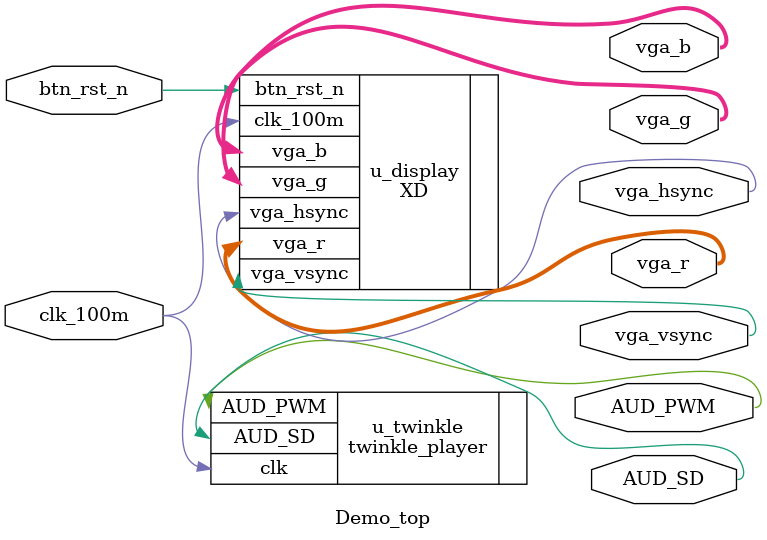
<source format=v>
`timescale 1ns / 1ps


`default_nettype none
`timescale 1ns / 1ps

module Demo_top (
    input  wire clk_100m,       // 主时钟
    input  wire btn_rst_n,      // 按钮复位（低有效）
    output wire [3:0] vga_r,    // VGA 红色通道
    output wire [3:0] vga_g,    // VGA 绿色通道
    output wire [3:0] vga_b,    // VGA 蓝色通道
    output wire       vga_hsync,
    output wire       vga_vsync,
    output wire       AUD_PWM, // 音频 PWM 输出
    output wire       AUD_SD   // 音频 SD 输出
);

    // ===== 实例化 VGA 模块（XD） =====
    XD u_display (
        .clk_100m(clk_100m),
        .btn_rst_n(btn_rst_n),
        .vga_hsync(vga_hsync),
        .vga_vsync(vga_vsync),
        .vga_r(vga_r),
        .vga_g(vga_g),
        .vga_b(vga_b)
    );

    // ===== 实例化音频模块 =====
    twinkle_player u_twinkle (
        .clk(clk_100m), // 用相同的 100MHz 时钟
        .AUD_PWM(AUD_PWM),
        .AUD_SD(AUD_SD)
    );

endmodule

</source>
